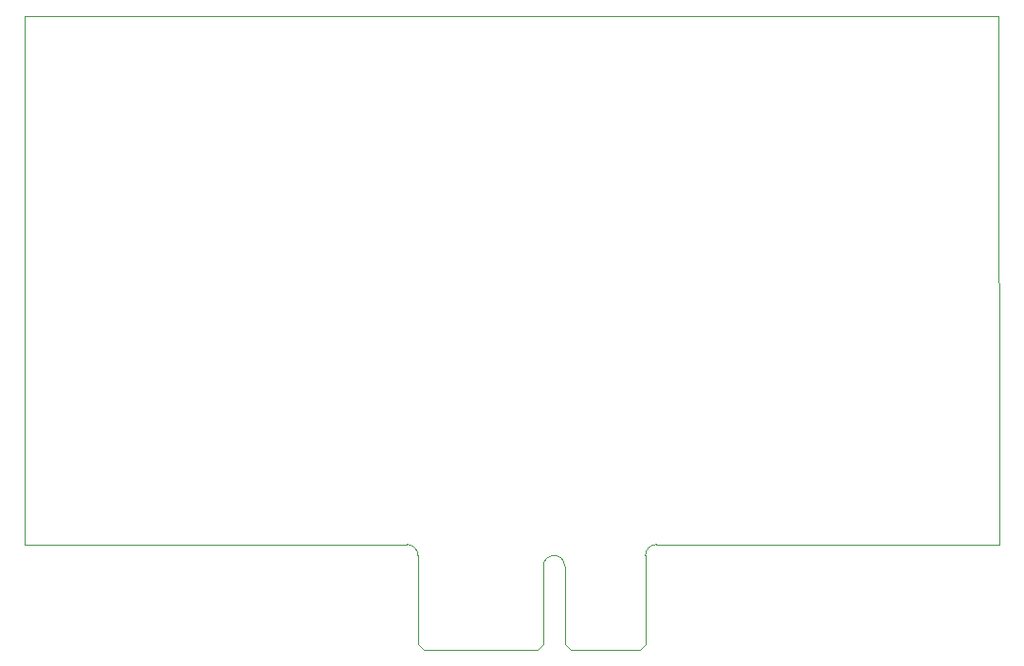
<source format=gbr>
G04 #@! TF.GenerationSoftware,KiCad,Pcbnew,(5.1.5)-3*
G04 #@! TF.CreationDate,2020-02-22T15:11:55-08:00*
G04 #@! TF.ProjectId,voltages,766f6c74-6167-4657-932e-6b696361645f,rev?*
G04 #@! TF.SameCoordinates,Original*
G04 #@! TF.FileFunction,Profile,NP*
%FSLAX46Y46*%
G04 Gerber Fmt 4.6, Leading zero omitted, Abs format (unit mm)*
G04 Created by KiCad (PCBNEW (5.1.5)-3) date 2020-02-22 15:11:55*
%MOMM*%
%LPD*%
G04 APERTURE LIST*
%ADD10C,0.100000*%
G04 APERTURE END LIST*
D10*
X150300000Y-84000000D02*
X119700000Y-84000000D01*
X150200000Y-36800000D02*
X150300000Y-84000000D01*
X63300000Y-36800000D02*
X150200000Y-36800000D01*
X63300000Y-84000000D02*
X63300000Y-36800000D01*
X97403491Y-84000006D02*
X63300000Y-84000006D01*
X97403491Y-84000006D02*
G75*
G02X98400000Y-85000000I-3491J-999994D01*
G01*
X118700006Y-84996509D02*
G75*
G02X119700000Y-84000000I999994J-3491D01*
G01*
X109599840Y-85946480D02*
G75*
G02X111499840Y-85946480I950000J0D01*
G01*
X118699840Y-92896480D02*
X118199840Y-93396480D01*
X111499840Y-92896480D02*
X111999840Y-93396480D01*
X109599840Y-92896480D02*
X109099840Y-93396480D01*
X98399840Y-92896480D02*
X98899840Y-93396480D01*
X111999840Y-93396480D02*
X118199840Y-93396480D01*
X118699840Y-84996480D02*
X118699840Y-92896480D01*
X98899840Y-93396480D02*
X109099840Y-93396480D01*
X98399840Y-84996480D02*
X98399840Y-92896480D01*
X111499840Y-85946480D02*
X111499840Y-92896480D01*
X109599840Y-85946480D02*
X109599840Y-92896480D01*
M02*

</source>
